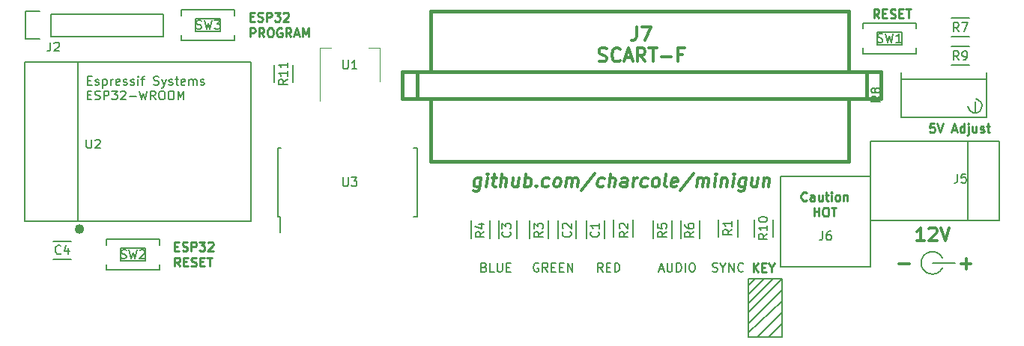
<source format=gbr>
G04 #@! TF.FileFunction,Legend,Top*
%FSLAX46Y46*%
G04 Gerber Fmt 4.6, Leading zero omitted, Abs format (unit mm)*
G04 Created by KiCad (PCBNEW 4.0.6) date Sunday, 07 January 2018 'AMt' 11:42:42*
%MOMM*%
%LPD*%
G01*
G04 APERTURE LIST*
%ADD10C,0.100000*%
%ADD11C,0.150000*%
%ADD12C,0.250000*%
%ADD13C,0.200000*%
%ADD14C,0.375000*%
%ADD15C,0.300000*%
%ADD16C,0.381000*%
%ADD17C,0.120000*%
%ADD18C,0.500000*%
%ADD19C,0.304800*%
G04 APERTURE END LIST*
D10*
D11*
X172011905Y-155904762D02*
X172154762Y-155952381D01*
X172392858Y-155952381D01*
X172488096Y-155904762D01*
X172535715Y-155857143D01*
X172583334Y-155761905D01*
X172583334Y-155666667D01*
X172535715Y-155571429D01*
X172488096Y-155523810D01*
X172392858Y-155476190D01*
X172202381Y-155428571D01*
X172107143Y-155380952D01*
X172059524Y-155333333D01*
X172011905Y-155238095D01*
X172011905Y-155142857D01*
X172059524Y-155047619D01*
X172107143Y-155000000D01*
X172202381Y-154952381D01*
X172440477Y-154952381D01*
X172583334Y-155000000D01*
X173202381Y-155476190D02*
X173202381Y-155952381D01*
X172869048Y-154952381D02*
X173202381Y-155476190D01*
X173535715Y-154952381D01*
X173869048Y-155952381D02*
X173869048Y-154952381D01*
X174440477Y-155952381D01*
X174440477Y-154952381D01*
X175488096Y-155857143D02*
X175440477Y-155904762D01*
X175297620Y-155952381D01*
X175202382Y-155952381D01*
X175059524Y-155904762D01*
X174964286Y-155809524D01*
X174916667Y-155714286D01*
X174869048Y-155523810D01*
X174869048Y-155380952D01*
X174916667Y-155190476D01*
X174964286Y-155095238D01*
X175059524Y-155000000D01*
X175202382Y-154952381D01*
X175297620Y-154952381D01*
X175440477Y-155000000D01*
X175488096Y-155047619D01*
D12*
X176607143Y-155952381D02*
X176607143Y-154952381D01*
X177178572Y-155952381D02*
X176750000Y-155380952D01*
X177178572Y-154952381D02*
X176607143Y-155523810D01*
X177607143Y-155428571D02*
X177940477Y-155428571D01*
X178083334Y-155952381D02*
X177607143Y-155952381D01*
X177607143Y-154952381D01*
X178083334Y-154952381D01*
X178702381Y-155476190D02*
X178702381Y-155952381D01*
X178369048Y-154952381D02*
X178702381Y-155476190D01*
X179035715Y-154952381D01*
D11*
X165976191Y-155666667D02*
X166452382Y-155666667D01*
X165880953Y-155952381D02*
X166214286Y-154952381D01*
X166547620Y-155952381D01*
X166880953Y-154952381D02*
X166880953Y-155761905D01*
X166928572Y-155857143D01*
X166976191Y-155904762D01*
X167071429Y-155952381D01*
X167261906Y-155952381D01*
X167357144Y-155904762D01*
X167404763Y-155857143D01*
X167452382Y-155761905D01*
X167452382Y-154952381D01*
X167928572Y-155952381D02*
X167928572Y-154952381D01*
X168166667Y-154952381D01*
X168309525Y-155000000D01*
X168404763Y-155095238D01*
X168452382Y-155190476D01*
X168500001Y-155380952D01*
X168500001Y-155523810D01*
X168452382Y-155714286D01*
X168404763Y-155809524D01*
X168309525Y-155904762D01*
X168166667Y-155952381D01*
X167928572Y-155952381D01*
X168928572Y-155952381D02*
X168928572Y-154952381D01*
X169595238Y-154952381D02*
X169785715Y-154952381D01*
X169880953Y-155000000D01*
X169976191Y-155095238D01*
X170023810Y-155285714D01*
X170023810Y-155619048D01*
X169976191Y-155809524D01*
X169880953Y-155904762D01*
X169785715Y-155952381D01*
X169595238Y-155952381D01*
X169500000Y-155904762D01*
X169404762Y-155809524D01*
X169357143Y-155619048D01*
X169357143Y-155285714D01*
X169404762Y-155095238D01*
X169500000Y-155000000D01*
X169595238Y-154952381D01*
X159607143Y-155952381D02*
X159273809Y-155476190D01*
X159035714Y-155952381D02*
X159035714Y-154952381D01*
X159416667Y-154952381D01*
X159511905Y-155000000D01*
X159559524Y-155047619D01*
X159607143Y-155142857D01*
X159607143Y-155285714D01*
X159559524Y-155380952D01*
X159511905Y-155428571D01*
X159416667Y-155476190D01*
X159035714Y-155476190D01*
X160035714Y-155428571D02*
X160369048Y-155428571D01*
X160511905Y-155952381D02*
X160035714Y-155952381D01*
X160035714Y-154952381D01*
X160511905Y-154952381D01*
X160940476Y-155952381D02*
X160940476Y-154952381D01*
X161178571Y-154952381D01*
X161321429Y-155000000D01*
X161416667Y-155095238D01*
X161464286Y-155190476D01*
X161511905Y-155380952D01*
X161511905Y-155523810D01*
X161464286Y-155714286D01*
X161416667Y-155809524D01*
X161321429Y-155904762D01*
X161178571Y-155952381D01*
X160940476Y-155952381D01*
X152333334Y-155000000D02*
X152238096Y-154952381D01*
X152095239Y-154952381D01*
X151952381Y-155000000D01*
X151857143Y-155095238D01*
X151809524Y-155190476D01*
X151761905Y-155380952D01*
X151761905Y-155523810D01*
X151809524Y-155714286D01*
X151857143Y-155809524D01*
X151952381Y-155904762D01*
X152095239Y-155952381D01*
X152190477Y-155952381D01*
X152333334Y-155904762D01*
X152380953Y-155857143D01*
X152380953Y-155523810D01*
X152190477Y-155523810D01*
X153380953Y-155952381D02*
X153047619Y-155476190D01*
X152809524Y-155952381D02*
X152809524Y-154952381D01*
X153190477Y-154952381D01*
X153285715Y-155000000D01*
X153333334Y-155047619D01*
X153380953Y-155142857D01*
X153380953Y-155285714D01*
X153333334Y-155380952D01*
X153285715Y-155428571D01*
X153190477Y-155476190D01*
X152809524Y-155476190D01*
X153809524Y-155428571D02*
X154142858Y-155428571D01*
X154285715Y-155952381D02*
X153809524Y-155952381D01*
X153809524Y-154952381D01*
X154285715Y-154952381D01*
X154714286Y-155428571D02*
X155047620Y-155428571D01*
X155190477Y-155952381D02*
X154714286Y-155952381D01*
X154714286Y-154952381D01*
X155190477Y-154952381D01*
X155619048Y-155952381D02*
X155619048Y-154952381D01*
X156190477Y-155952381D01*
X156190477Y-154952381D01*
X146190477Y-155428571D02*
X146333334Y-155476190D01*
X146380953Y-155523810D01*
X146428572Y-155619048D01*
X146428572Y-155761905D01*
X146380953Y-155857143D01*
X146333334Y-155904762D01*
X146238096Y-155952381D01*
X145857143Y-155952381D01*
X145857143Y-154952381D01*
X146190477Y-154952381D01*
X146285715Y-155000000D01*
X146333334Y-155047619D01*
X146380953Y-155142857D01*
X146380953Y-155238095D01*
X146333334Y-155333333D01*
X146285715Y-155380952D01*
X146190477Y-155428571D01*
X145857143Y-155428571D01*
X147333334Y-155952381D02*
X146857143Y-155952381D01*
X146857143Y-154952381D01*
X147666667Y-154952381D02*
X147666667Y-155761905D01*
X147714286Y-155857143D01*
X147761905Y-155904762D01*
X147857143Y-155952381D01*
X148047620Y-155952381D01*
X148142858Y-155904762D01*
X148190477Y-155857143D01*
X148238096Y-155761905D01*
X148238096Y-154952381D01*
X148714286Y-155428571D02*
X149047620Y-155428571D01*
X149190477Y-155952381D02*
X148714286Y-155952381D01*
X148714286Y-154952381D01*
X149190477Y-154952381D01*
D12*
X190809524Y-127202381D02*
X190476190Y-126726190D01*
X190238095Y-127202381D02*
X190238095Y-126202381D01*
X190619048Y-126202381D01*
X190714286Y-126250000D01*
X190761905Y-126297619D01*
X190809524Y-126392857D01*
X190809524Y-126535714D01*
X190761905Y-126630952D01*
X190714286Y-126678571D01*
X190619048Y-126726190D01*
X190238095Y-126726190D01*
X191238095Y-126678571D02*
X191571429Y-126678571D01*
X191714286Y-127202381D02*
X191238095Y-127202381D01*
X191238095Y-126202381D01*
X191714286Y-126202381D01*
X192095238Y-127154762D02*
X192238095Y-127202381D01*
X192476191Y-127202381D01*
X192571429Y-127154762D01*
X192619048Y-127107143D01*
X192666667Y-127011905D01*
X192666667Y-126916667D01*
X192619048Y-126821429D01*
X192571429Y-126773810D01*
X192476191Y-126726190D01*
X192285714Y-126678571D01*
X192190476Y-126630952D01*
X192142857Y-126583333D01*
X192095238Y-126488095D01*
X192095238Y-126392857D01*
X192142857Y-126297619D01*
X192190476Y-126250000D01*
X192285714Y-126202381D01*
X192523810Y-126202381D01*
X192666667Y-126250000D01*
X193095238Y-126678571D02*
X193428572Y-126678571D01*
X193571429Y-127202381D02*
X193095238Y-127202381D01*
X193095238Y-126202381D01*
X193571429Y-126202381D01*
X193857143Y-126202381D02*
X194428572Y-126202381D01*
X194142857Y-127202381D02*
X194142857Y-126202381D01*
X111238095Y-153053571D02*
X111571429Y-153053571D01*
X111714286Y-153577381D02*
X111238095Y-153577381D01*
X111238095Y-152577381D01*
X111714286Y-152577381D01*
X112095238Y-153529762D02*
X112238095Y-153577381D01*
X112476191Y-153577381D01*
X112571429Y-153529762D01*
X112619048Y-153482143D01*
X112666667Y-153386905D01*
X112666667Y-153291667D01*
X112619048Y-153196429D01*
X112571429Y-153148810D01*
X112476191Y-153101190D01*
X112285714Y-153053571D01*
X112190476Y-153005952D01*
X112142857Y-152958333D01*
X112095238Y-152863095D01*
X112095238Y-152767857D01*
X112142857Y-152672619D01*
X112190476Y-152625000D01*
X112285714Y-152577381D01*
X112523810Y-152577381D01*
X112666667Y-152625000D01*
X113095238Y-153577381D02*
X113095238Y-152577381D01*
X113476191Y-152577381D01*
X113571429Y-152625000D01*
X113619048Y-152672619D01*
X113666667Y-152767857D01*
X113666667Y-152910714D01*
X113619048Y-153005952D01*
X113571429Y-153053571D01*
X113476191Y-153101190D01*
X113095238Y-153101190D01*
X114000000Y-152577381D02*
X114619048Y-152577381D01*
X114285714Y-152958333D01*
X114428572Y-152958333D01*
X114523810Y-153005952D01*
X114571429Y-153053571D01*
X114619048Y-153148810D01*
X114619048Y-153386905D01*
X114571429Y-153482143D01*
X114523810Y-153529762D01*
X114428572Y-153577381D01*
X114142857Y-153577381D01*
X114047619Y-153529762D01*
X114000000Y-153482143D01*
X115000000Y-152672619D02*
X115047619Y-152625000D01*
X115142857Y-152577381D01*
X115380953Y-152577381D01*
X115476191Y-152625000D01*
X115523810Y-152672619D01*
X115571429Y-152767857D01*
X115571429Y-152863095D01*
X115523810Y-153005952D01*
X114952381Y-153577381D01*
X115571429Y-153577381D01*
X111809524Y-155327381D02*
X111476190Y-154851190D01*
X111238095Y-155327381D02*
X111238095Y-154327381D01*
X111619048Y-154327381D01*
X111714286Y-154375000D01*
X111761905Y-154422619D01*
X111809524Y-154517857D01*
X111809524Y-154660714D01*
X111761905Y-154755952D01*
X111714286Y-154803571D01*
X111619048Y-154851190D01*
X111238095Y-154851190D01*
X112238095Y-154803571D02*
X112571429Y-154803571D01*
X112714286Y-155327381D02*
X112238095Y-155327381D01*
X112238095Y-154327381D01*
X112714286Y-154327381D01*
X113095238Y-155279762D02*
X113238095Y-155327381D01*
X113476191Y-155327381D01*
X113571429Y-155279762D01*
X113619048Y-155232143D01*
X113666667Y-155136905D01*
X113666667Y-155041667D01*
X113619048Y-154946429D01*
X113571429Y-154898810D01*
X113476191Y-154851190D01*
X113285714Y-154803571D01*
X113190476Y-154755952D01*
X113142857Y-154708333D01*
X113095238Y-154613095D01*
X113095238Y-154517857D01*
X113142857Y-154422619D01*
X113190476Y-154375000D01*
X113285714Y-154327381D01*
X113523810Y-154327381D01*
X113666667Y-154375000D01*
X114095238Y-154803571D02*
X114428572Y-154803571D01*
X114571429Y-155327381D02*
X114095238Y-155327381D01*
X114095238Y-154327381D01*
X114571429Y-154327381D01*
X114857143Y-154327381D02*
X115428572Y-154327381D01*
X115142857Y-155327381D02*
X115142857Y-154327381D01*
X119738095Y-127053571D02*
X120071429Y-127053571D01*
X120214286Y-127577381D02*
X119738095Y-127577381D01*
X119738095Y-126577381D01*
X120214286Y-126577381D01*
X120595238Y-127529762D02*
X120738095Y-127577381D01*
X120976191Y-127577381D01*
X121071429Y-127529762D01*
X121119048Y-127482143D01*
X121166667Y-127386905D01*
X121166667Y-127291667D01*
X121119048Y-127196429D01*
X121071429Y-127148810D01*
X120976191Y-127101190D01*
X120785714Y-127053571D01*
X120690476Y-127005952D01*
X120642857Y-126958333D01*
X120595238Y-126863095D01*
X120595238Y-126767857D01*
X120642857Y-126672619D01*
X120690476Y-126625000D01*
X120785714Y-126577381D01*
X121023810Y-126577381D01*
X121166667Y-126625000D01*
X121595238Y-127577381D02*
X121595238Y-126577381D01*
X121976191Y-126577381D01*
X122071429Y-126625000D01*
X122119048Y-126672619D01*
X122166667Y-126767857D01*
X122166667Y-126910714D01*
X122119048Y-127005952D01*
X122071429Y-127053571D01*
X121976191Y-127101190D01*
X121595238Y-127101190D01*
X122500000Y-126577381D02*
X123119048Y-126577381D01*
X122785714Y-126958333D01*
X122928572Y-126958333D01*
X123023810Y-127005952D01*
X123071429Y-127053571D01*
X123119048Y-127148810D01*
X123119048Y-127386905D01*
X123071429Y-127482143D01*
X123023810Y-127529762D01*
X122928572Y-127577381D01*
X122642857Y-127577381D01*
X122547619Y-127529762D01*
X122500000Y-127482143D01*
X123500000Y-126672619D02*
X123547619Y-126625000D01*
X123642857Y-126577381D01*
X123880953Y-126577381D01*
X123976191Y-126625000D01*
X124023810Y-126672619D01*
X124071429Y-126767857D01*
X124071429Y-126863095D01*
X124023810Y-127005952D01*
X123452381Y-127577381D01*
X124071429Y-127577381D01*
X119738095Y-129327381D02*
X119738095Y-128327381D01*
X120119048Y-128327381D01*
X120214286Y-128375000D01*
X120261905Y-128422619D01*
X120309524Y-128517857D01*
X120309524Y-128660714D01*
X120261905Y-128755952D01*
X120214286Y-128803571D01*
X120119048Y-128851190D01*
X119738095Y-128851190D01*
X121309524Y-129327381D02*
X120976190Y-128851190D01*
X120738095Y-129327381D02*
X120738095Y-128327381D01*
X121119048Y-128327381D01*
X121214286Y-128375000D01*
X121261905Y-128422619D01*
X121309524Y-128517857D01*
X121309524Y-128660714D01*
X121261905Y-128755952D01*
X121214286Y-128803571D01*
X121119048Y-128851190D01*
X120738095Y-128851190D01*
X121928571Y-128327381D02*
X122119048Y-128327381D01*
X122214286Y-128375000D01*
X122309524Y-128470238D01*
X122357143Y-128660714D01*
X122357143Y-128994048D01*
X122309524Y-129184524D01*
X122214286Y-129279762D01*
X122119048Y-129327381D01*
X121928571Y-129327381D01*
X121833333Y-129279762D01*
X121738095Y-129184524D01*
X121690476Y-128994048D01*
X121690476Y-128660714D01*
X121738095Y-128470238D01*
X121833333Y-128375000D01*
X121928571Y-128327381D01*
X123309524Y-128375000D02*
X123214286Y-128327381D01*
X123071429Y-128327381D01*
X122928571Y-128375000D01*
X122833333Y-128470238D01*
X122785714Y-128565476D01*
X122738095Y-128755952D01*
X122738095Y-128898810D01*
X122785714Y-129089286D01*
X122833333Y-129184524D01*
X122928571Y-129279762D01*
X123071429Y-129327381D01*
X123166667Y-129327381D01*
X123309524Y-129279762D01*
X123357143Y-129232143D01*
X123357143Y-128898810D01*
X123166667Y-128898810D01*
X124357143Y-129327381D02*
X124023809Y-128851190D01*
X123785714Y-129327381D02*
X123785714Y-128327381D01*
X124166667Y-128327381D01*
X124261905Y-128375000D01*
X124309524Y-128422619D01*
X124357143Y-128517857D01*
X124357143Y-128660714D01*
X124309524Y-128755952D01*
X124261905Y-128803571D01*
X124166667Y-128851190D01*
X123785714Y-128851190D01*
X124738095Y-129041667D02*
X125214286Y-129041667D01*
X124642857Y-129327381D02*
X124976190Y-128327381D01*
X125309524Y-129327381D01*
X125642857Y-129327381D02*
X125642857Y-128327381D01*
X125976191Y-129041667D01*
X126309524Y-128327381D01*
X126309524Y-129327381D01*
X197064667Y-139152381D02*
X196588476Y-139152381D01*
X196540857Y-139628571D01*
X196588476Y-139580952D01*
X196683714Y-139533333D01*
X196921810Y-139533333D01*
X197017048Y-139580952D01*
X197064667Y-139628571D01*
X197112286Y-139723810D01*
X197112286Y-139961905D01*
X197064667Y-140057143D01*
X197017048Y-140104762D01*
X196921810Y-140152381D01*
X196683714Y-140152381D01*
X196588476Y-140104762D01*
X196540857Y-140057143D01*
X197398000Y-139152381D02*
X197731333Y-140152381D01*
X198064667Y-139152381D01*
X199112286Y-139866667D02*
X199588477Y-139866667D01*
X199017048Y-140152381D02*
X199350381Y-139152381D01*
X199683715Y-140152381D01*
X200445620Y-140152381D02*
X200445620Y-139152381D01*
X200445620Y-140104762D02*
X200350382Y-140152381D01*
X200159905Y-140152381D01*
X200064667Y-140104762D01*
X200017048Y-140057143D01*
X199969429Y-139961905D01*
X199969429Y-139676190D01*
X200017048Y-139580952D01*
X200064667Y-139533333D01*
X200159905Y-139485714D01*
X200350382Y-139485714D01*
X200445620Y-139533333D01*
X200921810Y-139485714D02*
X200921810Y-140342857D01*
X200874191Y-140438095D01*
X200778953Y-140485714D01*
X200731334Y-140485714D01*
X200921810Y-139152381D02*
X200874191Y-139200000D01*
X200921810Y-139247619D01*
X200969429Y-139200000D01*
X200921810Y-139152381D01*
X200921810Y-139247619D01*
X201826572Y-139485714D02*
X201826572Y-140152381D01*
X201398000Y-139485714D02*
X201398000Y-140009524D01*
X201445619Y-140104762D01*
X201540857Y-140152381D01*
X201683715Y-140152381D01*
X201778953Y-140104762D01*
X201826572Y-140057143D01*
X202255143Y-140104762D02*
X202350381Y-140152381D01*
X202540857Y-140152381D01*
X202636096Y-140104762D01*
X202683715Y-140009524D01*
X202683715Y-139961905D01*
X202636096Y-139866667D01*
X202540857Y-139819048D01*
X202398000Y-139819048D01*
X202302762Y-139771429D01*
X202255143Y-139676190D01*
X202255143Y-139628571D01*
X202302762Y-139533333D01*
X202398000Y-139485714D01*
X202540857Y-139485714D01*
X202636096Y-139533333D01*
X202969429Y-139485714D02*
X203350381Y-139485714D01*
X203112286Y-139152381D02*
X203112286Y-140009524D01*
X203159905Y-140104762D01*
X203255143Y-140152381D01*
X203350381Y-140152381D01*
X182634191Y-147818143D02*
X182586572Y-147865762D01*
X182443715Y-147913381D01*
X182348477Y-147913381D01*
X182205619Y-147865762D01*
X182110381Y-147770524D01*
X182062762Y-147675286D01*
X182015143Y-147484810D01*
X182015143Y-147341952D01*
X182062762Y-147151476D01*
X182110381Y-147056238D01*
X182205619Y-146961000D01*
X182348477Y-146913381D01*
X182443715Y-146913381D01*
X182586572Y-146961000D01*
X182634191Y-147008619D01*
X183491334Y-147913381D02*
X183491334Y-147389571D01*
X183443715Y-147294333D01*
X183348477Y-147246714D01*
X183158000Y-147246714D01*
X183062762Y-147294333D01*
X183491334Y-147865762D02*
X183396096Y-147913381D01*
X183158000Y-147913381D01*
X183062762Y-147865762D01*
X183015143Y-147770524D01*
X183015143Y-147675286D01*
X183062762Y-147580048D01*
X183158000Y-147532429D01*
X183396096Y-147532429D01*
X183491334Y-147484810D01*
X184396096Y-147246714D02*
X184396096Y-147913381D01*
X183967524Y-147246714D02*
X183967524Y-147770524D01*
X184015143Y-147865762D01*
X184110381Y-147913381D01*
X184253239Y-147913381D01*
X184348477Y-147865762D01*
X184396096Y-147818143D01*
X184729429Y-147246714D02*
X185110381Y-147246714D01*
X184872286Y-146913381D02*
X184872286Y-147770524D01*
X184919905Y-147865762D01*
X185015143Y-147913381D01*
X185110381Y-147913381D01*
X185443715Y-147913381D02*
X185443715Y-147246714D01*
X185443715Y-146913381D02*
X185396096Y-146961000D01*
X185443715Y-147008619D01*
X185491334Y-146961000D01*
X185443715Y-146913381D01*
X185443715Y-147008619D01*
X186062762Y-147913381D02*
X185967524Y-147865762D01*
X185919905Y-147818143D01*
X185872286Y-147722905D01*
X185872286Y-147437190D01*
X185919905Y-147341952D01*
X185967524Y-147294333D01*
X186062762Y-147246714D01*
X186205620Y-147246714D01*
X186300858Y-147294333D01*
X186348477Y-147341952D01*
X186396096Y-147437190D01*
X186396096Y-147722905D01*
X186348477Y-147818143D01*
X186300858Y-147865762D01*
X186205620Y-147913381D01*
X186062762Y-147913381D01*
X186824667Y-147246714D02*
X186824667Y-147913381D01*
X186824667Y-147341952D02*
X186872286Y-147294333D01*
X186967524Y-147246714D01*
X187110382Y-147246714D01*
X187205620Y-147294333D01*
X187253239Y-147389571D01*
X187253239Y-147913381D01*
X183467524Y-149663381D02*
X183467524Y-148663381D01*
X183467524Y-149139571D02*
X184038953Y-149139571D01*
X184038953Y-149663381D02*
X184038953Y-148663381D01*
X184705619Y-148663381D02*
X184896096Y-148663381D01*
X184991334Y-148711000D01*
X185086572Y-148806238D01*
X185134191Y-148996714D01*
X185134191Y-149330048D01*
X185086572Y-149520524D01*
X184991334Y-149615762D01*
X184896096Y-149663381D01*
X184705619Y-149663381D01*
X184610381Y-149615762D01*
X184515143Y-149520524D01*
X184467524Y-149330048D01*
X184467524Y-148996714D01*
X184515143Y-148806238D01*
X184610381Y-148711000D01*
X184705619Y-148663381D01*
X185419905Y-148663381D02*
X185991334Y-148663381D01*
X185705619Y-149663381D02*
X185705619Y-148663381D01*
D13*
X176022000Y-157480000D02*
X176784000Y-156718000D01*
X178308000Y-163322000D02*
X179832000Y-161798000D01*
X177038000Y-163322000D02*
X178562000Y-163322000D01*
X179832000Y-160528000D02*
X177038000Y-163322000D01*
X179832000Y-159512000D02*
X179832000Y-160528000D01*
X176022000Y-162814000D02*
X179832000Y-159258000D01*
X176022000Y-162814000D02*
X176022000Y-163068000D01*
X176022000Y-161798000D02*
X176022000Y-162814000D01*
X179832000Y-157988000D02*
X176022000Y-161798000D01*
X179832000Y-156718000D02*
X179832000Y-157988000D01*
X176022000Y-160528000D02*
X179832000Y-156718000D01*
X176022000Y-160274000D02*
X176022000Y-160528000D01*
X176022000Y-159512000D02*
X176022000Y-160274000D01*
X178816000Y-156718000D02*
X176022000Y-159512000D01*
X177800000Y-156718000D02*
X178816000Y-156718000D01*
X176022000Y-158496000D02*
X177800000Y-156718000D01*
X176022000Y-163322000D02*
X179832000Y-163322000D01*
X176022000Y-156718000D02*
X176022000Y-163322000D01*
X179832000Y-156718000D02*
X176022000Y-156718000D01*
X179832000Y-163322000D02*
X179832000Y-156718000D01*
D14*
X145838178Y-145347571D02*
X145686392Y-146561857D01*
X145597106Y-146704714D01*
X145516749Y-146776143D01*
X145364964Y-146847571D01*
X145150678Y-146847571D01*
X145016749Y-146776143D01*
X145722106Y-146276143D02*
X145570321Y-146347571D01*
X145284607Y-146347571D01*
X145150677Y-146276143D01*
X145088178Y-146204714D01*
X145034606Y-146061857D01*
X145088177Y-145633286D01*
X145177463Y-145490429D01*
X145257820Y-145419000D01*
X145409607Y-145347571D01*
X145695321Y-145347571D01*
X145829249Y-145419000D01*
X146427464Y-146347571D02*
X146552464Y-145347571D01*
X146614964Y-144847571D02*
X146534606Y-144919000D01*
X146597106Y-144990429D01*
X146677463Y-144919000D01*
X146614964Y-144847571D01*
X146597106Y-144990429D01*
X147052464Y-145347571D02*
X147623893Y-145347571D01*
X147329250Y-144847571D02*
X147168535Y-146133286D01*
X147222106Y-146276143D01*
X147356036Y-146347571D01*
X147498893Y-146347571D01*
X147998893Y-146347571D02*
X148186393Y-144847571D01*
X148641750Y-146347571D02*
X148739964Y-145561857D01*
X148686392Y-145419000D01*
X148552464Y-145347571D01*
X148338179Y-145347571D01*
X148186392Y-145419000D01*
X148106035Y-145490429D01*
X150123893Y-145347571D02*
X149998893Y-146347571D01*
X149481036Y-145347571D02*
X149382821Y-146133286D01*
X149436392Y-146276143D01*
X149570322Y-146347571D01*
X149784607Y-146347571D01*
X149936392Y-146276143D01*
X150016750Y-146204714D01*
X150713179Y-146347571D02*
X150900679Y-144847571D01*
X150829250Y-145419000D02*
X150981036Y-145347571D01*
X151266750Y-145347571D01*
X151400678Y-145419000D01*
X151463178Y-145490429D01*
X151516750Y-145633286D01*
X151463179Y-146061857D01*
X151373893Y-146204714D01*
X151293535Y-146276143D01*
X151141750Y-146347571D01*
X150856036Y-146347571D01*
X150722107Y-146276143D01*
X152088179Y-146204714D02*
X152150678Y-146276143D01*
X152070322Y-146347571D01*
X152007821Y-146276143D01*
X152088179Y-146204714D01*
X152070322Y-146347571D01*
X153436393Y-146276143D02*
X153284608Y-146347571D01*
X152998894Y-146347571D01*
X152864964Y-146276143D01*
X152802465Y-146204714D01*
X152748893Y-146061857D01*
X152802464Y-145633286D01*
X152891750Y-145490429D01*
X152972107Y-145419000D01*
X153123894Y-145347571D01*
X153409608Y-145347571D01*
X153543536Y-145419000D01*
X154284608Y-146347571D02*
X154150678Y-146276143D01*
X154088179Y-146204714D01*
X154034607Y-146061857D01*
X154088178Y-145633286D01*
X154177464Y-145490429D01*
X154257821Y-145419000D01*
X154409608Y-145347571D01*
X154623893Y-145347571D01*
X154757821Y-145419000D01*
X154820321Y-145490429D01*
X154873893Y-145633286D01*
X154820322Y-146061857D01*
X154731036Y-146204714D01*
X154650678Y-146276143D01*
X154498893Y-146347571D01*
X154284608Y-146347571D01*
X155427465Y-146347571D02*
X155552465Y-145347571D01*
X155534607Y-145490429D02*
X155614964Y-145419000D01*
X155766751Y-145347571D01*
X155981036Y-145347571D01*
X156114964Y-145419000D01*
X156168536Y-145561857D01*
X156070322Y-146347571D01*
X156168536Y-145561857D02*
X156257822Y-145419000D01*
X156409608Y-145347571D01*
X156623893Y-145347571D01*
X156757822Y-145419000D01*
X156811393Y-145561857D01*
X156713179Y-146347571D01*
X158695321Y-144776143D02*
X157168536Y-146704714D01*
X159650679Y-146276143D02*
X159498894Y-146347571D01*
X159213180Y-146347571D01*
X159079250Y-146276143D01*
X159016751Y-146204714D01*
X158963179Y-146061857D01*
X159016750Y-145633286D01*
X159106036Y-145490429D01*
X159186393Y-145419000D01*
X159338180Y-145347571D01*
X159623894Y-145347571D01*
X159757822Y-145419000D01*
X160284608Y-146347571D02*
X160472108Y-144847571D01*
X160927465Y-146347571D02*
X161025679Y-145561857D01*
X160972107Y-145419000D01*
X160838179Y-145347571D01*
X160623894Y-145347571D01*
X160472107Y-145419000D01*
X160391750Y-145490429D01*
X162284608Y-146347571D02*
X162382822Y-145561857D01*
X162329250Y-145419000D01*
X162195322Y-145347571D01*
X161909608Y-145347571D01*
X161757822Y-145419000D01*
X162293536Y-146276143D02*
X162141751Y-146347571D01*
X161784608Y-146347571D01*
X161650679Y-146276143D01*
X161597107Y-146133286D01*
X161614964Y-145990429D01*
X161704251Y-145847571D01*
X161856036Y-145776143D01*
X162213179Y-145776143D01*
X162364965Y-145704714D01*
X162998894Y-146347571D02*
X163123894Y-145347571D01*
X163088179Y-145633286D02*
X163177464Y-145490429D01*
X163257822Y-145419000D01*
X163409608Y-145347571D01*
X163552465Y-145347571D01*
X164579250Y-146276143D02*
X164427465Y-146347571D01*
X164141751Y-146347571D01*
X164007821Y-146276143D01*
X163945322Y-146204714D01*
X163891750Y-146061857D01*
X163945321Y-145633286D01*
X164034607Y-145490429D01*
X164114964Y-145419000D01*
X164266751Y-145347571D01*
X164552465Y-145347571D01*
X164686393Y-145419000D01*
X165427465Y-146347571D02*
X165293535Y-146276143D01*
X165231036Y-146204714D01*
X165177464Y-146061857D01*
X165231035Y-145633286D01*
X165320321Y-145490429D01*
X165400678Y-145419000D01*
X165552465Y-145347571D01*
X165766750Y-145347571D01*
X165900678Y-145419000D01*
X165963178Y-145490429D01*
X166016750Y-145633286D01*
X165963179Y-146061857D01*
X165873893Y-146204714D01*
X165793535Y-146276143D01*
X165641750Y-146347571D01*
X165427465Y-146347571D01*
X166784608Y-146347571D02*
X166650678Y-146276143D01*
X166597107Y-146133286D01*
X166757822Y-144847571D01*
X167936392Y-146276143D02*
X167784607Y-146347571D01*
X167498893Y-146347571D01*
X167364964Y-146276143D01*
X167311392Y-146133286D01*
X167382821Y-145561857D01*
X167472107Y-145419000D01*
X167623893Y-145347571D01*
X167909607Y-145347571D01*
X168043535Y-145419000D01*
X168097107Y-145561857D01*
X168079250Y-145704714D01*
X167347107Y-145847571D01*
X169909606Y-144776143D02*
X168382821Y-146704714D01*
X170213179Y-146347571D02*
X170338179Y-145347571D01*
X170320321Y-145490429D02*
X170400678Y-145419000D01*
X170552465Y-145347571D01*
X170766750Y-145347571D01*
X170900678Y-145419000D01*
X170954250Y-145561857D01*
X170856036Y-146347571D01*
X170954250Y-145561857D02*
X171043536Y-145419000D01*
X171195322Y-145347571D01*
X171409607Y-145347571D01*
X171543536Y-145419000D01*
X171597107Y-145561857D01*
X171498893Y-146347571D01*
X172213179Y-146347571D02*
X172338179Y-145347571D01*
X172400679Y-144847571D02*
X172320321Y-144919000D01*
X172382821Y-144990429D01*
X172463178Y-144919000D01*
X172400679Y-144847571D01*
X172382821Y-144990429D01*
X173052465Y-145347571D02*
X172927465Y-146347571D01*
X173034607Y-145490429D02*
X173114964Y-145419000D01*
X173266751Y-145347571D01*
X173481036Y-145347571D01*
X173614964Y-145419000D01*
X173668536Y-145561857D01*
X173570322Y-146347571D01*
X174284608Y-146347571D02*
X174409608Y-145347571D01*
X174472108Y-144847571D02*
X174391750Y-144919000D01*
X174454250Y-144990429D01*
X174534607Y-144919000D01*
X174472108Y-144847571D01*
X174454250Y-144990429D01*
X175766751Y-145347571D02*
X175614965Y-146561857D01*
X175525679Y-146704714D01*
X175445322Y-146776143D01*
X175293537Y-146847571D01*
X175079251Y-146847571D01*
X174945322Y-146776143D01*
X175650679Y-146276143D02*
X175498894Y-146347571D01*
X175213180Y-146347571D01*
X175079250Y-146276143D01*
X175016751Y-146204714D01*
X174963179Y-146061857D01*
X175016750Y-145633286D01*
X175106036Y-145490429D01*
X175186393Y-145419000D01*
X175338180Y-145347571D01*
X175623894Y-145347571D01*
X175757822Y-145419000D01*
X177123894Y-145347571D02*
X176998894Y-146347571D01*
X176481037Y-145347571D02*
X176382822Y-146133286D01*
X176436393Y-146276143D01*
X176570323Y-146347571D01*
X176784608Y-146347571D01*
X176936393Y-146276143D01*
X177016751Y-146204714D01*
X177838180Y-145347571D02*
X177713180Y-146347571D01*
X177820322Y-145490429D02*
X177900679Y-145419000D01*
X178052466Y-145347571D01*
X178266751Y-145347571D01*
X178400679Y-145419000D01*
X178454251Y-145561857D01*
X178356037Y-146347571D01*
D15*
X193103572Y-155047143D02*
X194246429Y-155047143D01*
D13*
X197985923Y-155507961D02*
G75*
G02X195580000Y-154940000I-1135923J567961D01*
G01*
X197985923Y-154372039D02*
G75*
G03X195580000Y-154940000I-1135923J-567961D01*
G01*
D15*
X200088572Y-155047143D02*
X201231429Y-155047143D01*
X200660000Y-155618571D02*
X200660000Y-154475714D01*
D13*
X196850000Y-154940000D02*
X199390000Y-154940000D01*
D15*
X195921429Y-152443571D02*
X195064286Y-152443571D01*
X195492858Y-152443571D02*
X195492858Y-150943571D01*
X195350001Y-151157857D01*
X195207143Y-151300714D01*
X195064286Y-151372143D01*
X196492857Y-151086429D02*
X196564286Y-151015000D01*
X196707143Y-150943571D01*
X197064286Y-150943571D01*
X197207143Y-151015000D01*
X197278572Y-151086429D01*
X197350000Y-151229286D01*
X197350000Y-151372143D01*
X197278572Y-151586429D01*
X196421429Y-152443571D01*
X197350000Y-152443571D01*
X197778571Y-150943571D02*
X198278571Y-152443571D01*
X198778571Y-150943571D01*
D11*
X157725000Y-150130000D02*
X157725000Y-152130000D01*
X159775000Y-152130000D02*
X159775000Y-150130000D01*
X154550000Y-150130000D02*
X154550000Y-152130000D01*
X156600000Y-152130000D02*
X156600000Y-150130000D01*
X147819000Y-150130000D02*
X147819000Y-152130000D01*
X149869000Y-152130000D02*
X149869000Y-150130000D01*
X200875900Y-150169880D02*
X200875900Y-141168120D01*
X204376020Y-150169880D02*
X204376020Y-141168120D01*
X204376020Y-141168120D02*
X189875160Y-141168120D01*
X189875160Y-141168120D02*
X189875160Y-150169880D01*
X189875160Y-150169880D02*
X204376020Y-150169880D01*
X179685000Y-145170000D02*
X179685000Y-155370000D01*
X189885000Y-145170000D02*
X179685000Y-145170000D01*
X189885000Y-155370000D02*
X189885000Y-145170000D01*
X179685000Y-155370000D02*
X189885000Y-155370000D01*
D16*
X189400180Y-136357360D02*
X189400180Y-133309360D01*
X138600180Y-136357360D02*
X138600180Y-133309360D01*
X187368180Y-126451360D02*
X140124180Y-126451360D01*
X191051180Y-136357360D02*
X191051180Y-133309360D01*
X136949180Y-136357360D02*
X136949180Y-133309360D01*
X187368180Y-136357360D02*
X187368180Y-143469360D01*
X187368180Y-143469360D02*
X140124180Y-143469360D01*
X140124180Y-143469360D02*
X140124180Y-136357360D01*
X191051180Y-136357360D02*
X136949180Y-136357360D01*
X136949180Y-133309360D02*
X191051180Y-133309360D01*
X187368180Y-126451360D02*
X187368180Y-133309360D01*
X140124180Y-126451360D02*
X140124180Y-133309360D01*
D11*
X172675000Y-152035000D02*
X172675000Y-150035000D01*
X174825000Y-150035000D02*
X174825000Y-152035000D01*
X160850000Y-152035000D02*
X160850000Y-150035000D01*
X163000000Y-150035000D02*
X163000000Y-152035000D01*
X151325000Y-152130000D02*
X151325000Y-150130000D01*
X153475000Y-150130000D02*
X153475000Y-152130000D01*
X144721000Y-152130000D02*
X144721000Y-150130000D01*
X146871000Y-150130000D02*
X146871000Y-152130000D01*
X165295000Y-152130000D02*
X165295000Y-150130000D01*
X167445000Y-150130000D02*
X167445000Y-152130000D01*
X168425000Y-152130000D02*
X168425000Y-150130000D01*
X170575000Y-150130000D02*
X170575000Y-152130000D01*
X199025000Y-127195000D02*
X201025000Y-127195000D01*
X201025000Y-129345000D02*
X199025000Y-129345000D01*
X201676000Y-137922000D02*
X201676000Y-136652000D01*
X200888600Y-137172700D02*
X200926700Y-137426700D01*
X200926700Y-137426700D02*
X201104500Y-137706100D01*
X201104500Y-137706100D02*
X201422000Y-137922000D01*
X201422000Y-137922000D02*
X201866500Y-137934700D01*
X201866500Y-137934700D02*
X202222100Y-137731500D01*
X202222100Y-137731500D02*
X202399900Y-137439400D01*
X202399900Y-137439400D02*
X202450700Y-137121900D01*
X202450700Y-137121900D02*
X202349100Y-136715500D01*
X202349100Y-136715500D02*
X202006200Y-136461500D01*
X202006200Y-136461500D02*
X201828400Y-136372600D01*
X193294000Y-134112000D02*
X202946000Y-134112000D01*
X202946000Y-137160000D02*
X202946000Y-138430000D01*
X202946000Y-138430000D02*
X193294000Y-138430000D01*
X193294000Y-138430000D02*
X193294000Y-133350000D01*
X202946000Y-133350000D02*
X202946000Y-135890000D01*
X202946000Y-135890000D02*
X202946000Y-137160000D01*
X199025000Y-130370000D02*
X201025000Y-130370000D01*
X201025000Y-132520000D02*
X199025000Y-132520000D01*
X178875000Y-150035000D02*
X178875000Y-152035000D01*
X176725000Y-152035000D02*
X176725000Y-150035000D01*
X97190000Y-126730000D02*
X109890000Y-126730000D01*
X109890000Y-126730000D02*
X109890000Y-129270000D01*
X109890000Y-129270000D02*
X97190000Y-129270000D01*
X94370000Y-126450000D02*
X95920000Y-126450000D01*
X97190000Y-126730000D02*
X97190000Y-129270000D01*
X95920000Y-129550000D02*
X94370000Y-129550000D01*
X94370000Y-129550000D02*
X94370000Y-126450000D01*
D17*
X134410000Y-130590000D02*
X133150000Y-130590000D01*
X127590000Y-130590000D02*
X128850000Y-130590000D01*
X134410000Y-134350000D02*
X134410000Y-130590000D01*
X127590000Y-136600000D02*
X127590000Y-130590000D01*
D18*
X100729981Y-151106000D02*
G75*
G03X100729981Y-151106000I-283981J0D01*
G01*
D11*
X100300000Y-132200000D02*
X100300000Y-150200000D01*
X94300000Y-150200000D02*
X119800000Y-150200000D01*
X94300000Y-132200000D02*
X119800000Y-132200000D01*
X119800000Y-132200000D02*
X119800000Y-150200000D01*
X94300000Y-132200000D02*
X94300000Y-150200000D01*
X97500000Y-154525000D02*
X99500000Y-154525000D01*
X99500000Y-152475000D02*
X97500000Y-152475000D01*
X124575000Y-132500000D02*
X124575000Y-134500000D01*
X122425000Y-134500000D02*
X122425000Y-132500000D01*
X122840000Y-149675000D02*
X123115000Y-149675000D01*
X122840000Y-141925000D02*
X123205000Y-141925000D01*
X138590000Y-141925000D02*
X138225000Y-141925000D01*
X138590000Y-149675000D02*
X138225000Y-149675000D01*
X122840000Y-149675000D02*
X122840000Y-141925000D01*
X138590000Y-149675000D02*
X138590000Y-141925000D01*
X123115000Y-149675000D02*
X123115000Y-151500000D01*
X190600000Y-128800000D02*
X193400000Y-128800000D01*
X193400000Y-128800000D02*
X193400000Y-130200000D01*
X193400000Y-130200000D02*
X190600000Y-130200000D01*
X190600000Y-130200000D02*
X190600000Y-128800000D01*
X195000000Y-127750000D02*
X195000000Y-128400000D01*
X195000000Y-131250000D02*
X195000000Y-130600000D01*
X189000000Y-130600000D02*
X189000000Y-131250000D01*
X189000000Y-127750000D02*
X189000000Y-128400000D01*
X195000000Y-127750000D02*
X189000000Y-127750000D01*
X189000000Y-131250000D02*
X195000000Y-131250000D01*
X107900000Y-154700000D02*
X105100000Y-154700000D01*
X105100000Y-154700000D02*
X105100000Y-153300000D01*
X105100000Y-153300000D02*
X107900000Y-153300000D01*
X107900000Y-153300000D02*
X107900000Y-154700000D01*
X103500000Y-155750000D02*
X103500000Y-155100000D01*
X103500000Y-152250000D02*
X103500000Y-152900000D01*
X109500000Y-152900000D02*
X109500000Y-152250000D01*
X109500000Y-155750000D02*
X109500000Y-155100000D01*
X103500000Y-155750000D02*
X109500000Y-155750000D01*
X109500000Y-152250000D02*
X103500000Y-152250000D01*
X116400000Y-128700000D02*
X113600000Y-128700000D01*
X113600000Y-128700000D02*
X113600000Y-127300000D01*
X113600000Y-127300000D02*
X116400000Y-127300000D01*
X116400000Y-127300000D02*
X116400000Y-128700000D01*
X112000000Y-129750000D02*
X112000000Y-129100000D01*
X112000000Y-126250000D02*
X112000000Y-126900000D01*
X118000000Y-126900000D02*
X118000000Y-126250000D01*
X118000000Y-129750000D02*
X118000000Y-129100000D01*
X112000000Y-129750000D02*
X118000000Y-129750000D01*
X118000000Y-126250000D02*
X112000000Y-126250000D01*
X159107143Y-151416666D02*
X159154762Y-151464285D01*
X159202381Y-151607142D01*
X159202381Y-151702380D01*
X159154762Y-151845238D01*
X159059524Y-151940476D01*
X158964286Y-151988095D01*
X158773810Y-152035714D01*
X158630952Y-152035714D01*
X158440476Y-151988095D01*
X158345238Y-151940476D01*
X158250000Y-151845238D01*
X158202381Y-151702380D01*
X158202381Y-151607142D01*
X158250000Y-151464285D01*
X158297619Y-151416666D01*
X159202381Y-150464285D02*
X159202381Y-151035714D01*
X159202381Y-150750000D02*
X158202381Y-150750000D01*
X158345238Y-150845238D01*
X158440476Y-150940476D01*
X158488095Y-151035714D01*
X155932143Y-151416666D02*
X155979762Y-151464285D01*
X156027381Y-151607142D01*
X156027381Y-151702380D01*
X155979762Y-151845238D01*
X155884524Y-151940476D01*
X155789286Y-151988095D01*
X155598810Y-152035714D01*
X155455952Y-152035714D01*
X155265476Y-151988095D01*
X155170238Y-151940476D01*
X155075000Y-151845238D01*
X155027381Y-151702380D01*
X155027381Y-151607142D01*
X155075000Y-151464285D01*
X155122619Y-151416666D01*
X155122619Y-151035714D02*
X155075000Y-150988095D01*
X155027381Y-150892857D01*
X155027381Y-150654761D01*
X155075000Y-150559523D01*
X155122619Y-150511904D01*
X155217857Y-150464285D01*
X155313095Y-150464285D01*
X155455952Y-150511904D01*
X156027381Y-151083333D01*
X156027381Y-150464285D01*
X149107143Y-151416666D02*
X149154762Y-151464285D01*
X149202381Y-151607142D01*
X149202381Y-151702380D01*
X149154762Y-151845238D01*
X149059524Y-151940476D01*
X148964286Y-151988095D01*
X148773810Y-152035714D01*
X148630952Y-152035714D01*
X148440476Y-151988095D01*
X148345238Y-151940476D01*
X148250000Y-151845238D01*
X148202381Y-151702380D01*
X148202381Y-151607142D01*
X148250000Y-151464285D01*
X148297619Y-151416666D01*
X148202381Y-151083333D02*
X148202381Y-150464285D01*
X148583333Y-150797619D01*
X148583333Y-150654761D01*
X148630952Y-150559523D01*
X148678571Y-150511904D01*
X148773810Y-150464285D01*
X149011905Y-150464285D01*
X149107143Y-150511904D01*
X149154762Y-150559523D01*
X149202381Y-150654761D01*
X149202381Y-150940476D01*
X149154762Y-151035714D01*
X149107143Y-151083333D01*
X199691667Y-144867381D02*
X199691667Y-145581667D01*
X199644047Y-145724524D01*
X199548809Y-145819762D01*
X199405952Y-145867381D01*
X199310714Y-145867381D01*
X200644048Y-144867381D02*
X200167857Y-144867381D01*
X200120238Y-145343571D01*
X200167857Y-145295952D01*
X200263095Y-145248333D01*
X200501191Y-145248333D01*
X200596429Y-145295952D01*
X200644048Y-145343571D01*
X200691667Y-145438810D01*
X200691667Y-145676905D01*
X200644048Y-145772143D01*
X200596429Y-145819762D01*
X200501191Y-145867381D01*
X200263095Y-145867381D01*
X200167857Y-145819762D01*
X200120238Y-145772143D01*
X184451667Y-151344381D02*
X184451667Y-152058667D01*
X184404047Y-152201524D01*
X184308809Y-152296762D01*
X184165952Y-152344381D01*
X184070714Y-152344381D01*
X185356429Y-151344381D02*
X185165952Y-151344381D01*
X185070714Y-151392000D01*
X185023095Y-151439619D01*
X184927857Y-151582476D01*
X184880238Y-151772952D01*
X184880238Y-152153905D01*
X184927857Y-152249143D01*
X184975476Y-152296762D01*
X185070714Y-152344381D01*
X185261191Y-152344381D01*
X185356429Y-152296762D01*
X185404048Y-152249143D01*
X185451667Y-152153905D01*
X185451667Y-151915810D01*
X185404048Y-151820571D01*
X185356429Y-151772952D01*
X185261191Y-151725333D01*
X185070714Y-151725333D01*
X184975476Y-151772952D01*
X184927857Y-151820571D01*
X184880238Y-151915810D01*
D19*
X163449000Y-128197429D02*
X163449000Y-129286000D01*
X163376428Y-129503714D01*
X163231285Y-129648857D01*
X163013571Y-129721429D01*
X162868428Y-129721429D01*
X164029571Y-128197429D02*
X165045571Y-128197429D01*
X164392428Y-129721429D01*
X159167286Y-132061857D02*
X159385000Y-132134429D01*
X159747857Y-132134429D01*
X159893000Y-132061857D01*
X159965571Y-131989286D01*
X160038143Y-131844143D01*
X160038143Y-131699000D01*
X159965571Y-131553857D01*
X159893000Y-131481286D01*
X159747857Y-131408714D01*
X159457571Y-131336143D01*
X159312429Y-131263571D01*
X159239857Y-131191000D01*
X159167286Y-131045857D01*
X159167286Y-130900714D01*
X159239857Y-130755571D01*
X159312429Y-130683000D01*
X159457571Y-130610429D01*
X159820429Y-130610429D01*
X160038143Y-130683000D01*
X161562143Y-131989286D02*
X161489572Y-132061857D01*
X161271858Y-132134429D01*
X161126715Y-132134429D01*
X160909000Y-132061857D01*
X160763858Y-131916714D01*
X160691286Y-131771571D01*
X160618715Y-131481286D01*
X160618715Y-131263571D01*
X160691286Y-130973286D01*
X160763858Y-130828143D01*
X160909000Y-130683000D01*
X161126715Y-130610429D01*
X161271858Y-130610429D01*
X161489572Y-130683000D01*
X161562143Y-130755571D01*
X162142715Y-131699000D02*
X162868429Y-131699000D01*
X161997572Y-132134429D02*
X162505572Y-130610429D01*
X163013572Y-132134429D01*
X164392429Y-132134429D02*
X163884429Y-131408714D01*
X163521572Y-132134429D02*
X163521572Y-130610429D01*
X164102144Y-130610429D01*
X164247286Y-130683000D01*
X164319858Y-130755571D01*
X164392429Y-130900714D01*
X164392429Y-131118429D01*
X164319858Y-131263571D01*
X164247286Y-131336143D01*
X164102144Y-131408714D01*
X163521572Y-131408714D01*
X164827858Y-130610429D02*
X165698715Y-130610429D01*
X165263286Y-132134429D02*
X165263286Y-130610429D01*
X166206715Y-131553857D02*
X167367858Y-131553857D01*
X168601572Y-131336143D02*
X168093572Y-131336143D01*
X168093572Y-132134429D02*
X168093572Y-130610429D01*
X168819286Y-130610429D01*
D11*
X174202381Y-151166666D02*
X173726190Y-151500000D01*
X174202381Y-151738095D02*
X173202381Y-151738095D01*
X173202381Y-151357142D01*
X173250000Y-151261904D01*
X173297619Y-151214285D01*
X173392857Y-151166666D01*
X173535714Y-151166666D01*
X173630952Y-151214285D01*
X173678571Y-151261904D01*
X173726190Y-151357142D01*
X173726190Y-151738095D01*
X174202381Y-150214285D02*
X174202381Y-150785714D01*
X174202381Y-150500000D02*
X173202381Y-150500000D01*
X173345238Y-150595238D01*
X173440476Y-150690476D01*
X173488095Y-150785714D01*
X162452381Y-151416666D02*
X161976190Y-151750000D01*
X162452381Y-151988095D02*
X161452381Y-151988095D01*
X161452381Y-151607142D01*
X161500000Y-151511904D01*
X161547619Y-151464285D01*
X161642857Y-151416666D01*
X161785714Y-151416666D01*
X161880952Y-151464285D01*
X161928571Y-151511904D01*
X161976190Y-151607142D01*
X161976190Y-151988095D01*
X161547619Y-151035714D02*
X161500000Y-150988095D01*
X161452381Y-150892857D01*
X161452381Y-150654761D01*
X161500000Y-150559523D01*
X161547619Y-150511904D01*
X161642857Y-150464285D01*
X161738095Y-150464285D01*
X161880952Y-150511904D01*
X162452381Y-151083333D01*
X162452381Y-150464285D01*
X152852381Y-151416666D02*
X152376190Y-151750000D01*
X152852381Y-151988095D02*
X151852381Y-151988095D01*
X151852381Y-151607142D01*
X151900000Y-151511904D01*
X151947619Y-151464285D01*
X152042857Y-151416666D01*
X152185714Y-151416666D01*
X152280952Y-151464285D01*
X152328571Y-151511904D01*
X152376190Y-151607142D01*
X152376190Y-151988095D01*
X151852381Y-151083333D02*
X151852381Y-150464285D01*
X152233333Y-150797619D01*
X152233333Y-150654761D01*
X152280952Y-150559523D01*
X152328571Y-150511904D01*
X152423810Y-150464285D01*
X152661905Y-150464285D01*
X152757143Y-150511904D01*
X152804762Y-150559523D01*
X152852381Y-150654761D01*
X152852381Y-150940476D01*
X152804762Y-151035714D01*
X152757143Y-151083333D01*
X146202381Y-151416666D02*
X145726190Y-151750000D01*
X146202381Y-151988095D02*
X145202381Y-151988095D01*
X145202381Y-151607142D01*
X145250000Y-151511904D01*
X145297619Y-151464285D01*
X145392857Y-151416666D01*
X145535714Y-151416666D01*
X145630952Y-151464285D01*
X145678571Y-151511904D01*
X145726190Y-151607142D01*
X145726190Y-151988095D01*
X145535714Y-150559523D02*
X146202381Y-150559523D01*
X145154762Y-150797619D02*
X145869048Y-151035714D01*
X145869048Y-150416666D01*
X166822381Y-151416666D02*
X166346190Y-151750000D01*
X166822381Y-151988095D02*
X165822381Y-151988095D01*
X165822381Y-151607142D01*
X165870000Y-151511904D01*
X165917619Y-151464285D01*
X166012857Y-151416666D01*
X166155714Y-151416666D01*
X166250952Y-151464285D01*
X166298571Y-151511904D01*
X166346190Y-151607142D01*
X166346190Y-151988095D01*
X165822381Y-150511904D02*
X165822381Y-150988095D01*
X166298571Y-151035714D01*
X166250952Y-150988095D01*
X166203333Y-150892857D01*
X166203333Y-150654761D01*
X166250952Y-150559523D01*
X166298571Y-150511904D01*
X166393810Y-150464285D01*
X166631905Y-150464285D01*
X166727143Y-150511904D01*
X166774762Y-150559523D01*
X166822381Y-150654761D01*
X166822381Y-150892857D01*
X166774762Y-150988095D01*
X166727143Y-151035714D01*
X169887381Y-151416666D02*
X169411190Y-151750000D01*
X169887381Y-151988095D02*
X168887381Y-151988095D01*
X168887381Y-151607142D01*
X168935000Y-151511904D01*
X168982619Y-151464285D01*
X169077857Y-151416666D01*
X169220714Y-151416666D01*
X169315952Y-151464285D01*
X169363571Y-151511904D01*
X169411190Y-151607142D01*
X169411190Y-151988095D01*
X168887381Y-150559523D02*
X168887381Y-150750000D01*
X168935000Y-150845238D01*
X168982619Y-150892857D01*
X169125476Y-150988095D01*
X169315952Y-151035714D01*
X169696905Y-151035714D01*
X169792143Y-150988095D01*
X169839762Y-150940476D01*
X169887381Y-150845238D01*
X169887381Y-150654761D01*
X169839762Y-150559523D01*
X169792143Y-150511904D01*
X169696905Y-150464285D01*
X169458810Y-150464285D01*
X169363571Y-150511904D01*
X169315952Y-150559523D01*
X169268333Y-150654761D01*
X169268333Y-150845238D01*
X169315952Y-150940476D01*
X169363571Y-150988095D01*
X169458810Y-151035714D01*
X199833334Y-128722381D02*
X199500000Y-128246190D01*
X199261905Y-128722381D02*
X199261905Y-127722381D01*
X199642858Y-127722381D01*
X199738096Y-127770000D01*
X199785715Y-127817619D01*
X199833334Y-127912857D01*
X199833334Y-128055714D01*
X199785715Y-128150952D01*
X199738096Y-128198571D01*
X199642858Y-128246190D01*
X199261905Y-128246190D01*
X200166667Y-127722381D02*
X200833334Y-127722381D01*
X200404762Y-128722381D01*
X190952381Y-136056666D02*
X190476190Y-136390000D01*
X190952381Y-136628095D02*
X189952381Y-136628095D01*
X189952381Y-136247142D01*
X190000000Y-136151904D01*
X190047619Y-136104285D01*
X190142857Y-136056666D01*
X190285714Y-136056666D01*
X190380952Y-136104285D01*
X190428571Y-136151904D01*
X190476190Y-136247142D01*
X190476190Y-136628095D01*
X190380952Y-135485238D02*
X190333333Y-135580476D01*
X190285714Y-135628095D01*
X190190476Y-135675714D01*
X190142857Y-135675714D01*
X190047619Y-135628095D01*
X190000000Y-135580476D01*
X189952381Y-135485238D01*
X189952381Y-135294761D01*
X190000000Y-135199523D01*
X190047619Y-135151904D01*
X190142857Y-135104285D01*
X190190476Y-135104285D01*
X190285714Y-135151904D01*
X190333333Y-135199523D01*
X190380952Y-135294761D01*
X190380952Y-135485238D01*
X190428571Y-135580476D01*
X190476190Y-135628095D01*
X190571429Y-135675714D01*
X190761905Y-135675714D01*
X190857143Y-135628095D01*
X190904762Y-135580476D01*
X190952381Y-135485238D01*
X190952381Y-135294761D01*
X190904762Y-135199523D01*
X190857143Y-135151904D01*
X190761905Y-135104285D01*
X190571429Y-135104285D01*
X190476190Y-135151904D01*
X190428571Y-135199523D01*
X190380952Y-135294761D01*
X199833334Y-131952381D02*
X199500000Y-131476190D01*
X199261905Y-131952381D02*
X199261905Y-130952381D01*
X199642858Y-130952381D01*
X199738096Y-131000000D01*
X199785715Y-131047619D01*
X199833334Y-131142857D01*
X199833334Y-131285714D01*
X199785715Y-131380952D01*
X199738096Y-131428571D01*
X199642858Y-131476190D01*
X199261905Y-131476190D01*
X200309524Y-131952381D02*
X200500000Y-131952381D01*
X200595239Y-131904762D01*
X200642858Y-131857143D01*
X200738096Y-131714286D01*
X200785715Y-131523810D01*
X200785715Y-131142857D01*
X200738096Y-131047619D01*
X200690477Y-131000000D01*
X200595239Y-130952381D01*
X200404762Y-130952381D01*
X200309524Y-131000000D01*
X200261905Y-131047619D01*
X200214286Y-131142857D01*
X200214286Y-131380952D01*
X200261905Y-131476190D01*
X200309524Y-131523810D01*
X200404762Y-131571429D01*
X200595239Y-131571429D01*
X200690477Y-131523810D01*
X200738096Y-131476190D01*
X200785715Y-131380952D01*
X178202381Y-151642857D02*
X177726190Y-151976191D01*
X178202381Y-152214286D02*
X177202381Y-152214286D01*
X177202381Y-151833333D01*
X177250000Y-151738095D01*
X177297619Y-151690476D01*
X177392857Y-151642857D01*
X177535714Y-151642857D01*
X177630952Y-151690476D01*
X177678571Y-151738095D01*
X177726190Y-151833333D01*
X177726190Y-152214286D01*
X178202381Y-150690476D02*
X178202381Y-151261905D01*
X178202381Y-150976191D02*
X177202381Y-150976191D01*
X177345238Y-151071429D01*
X177440476Y-151166667D01*
X177488095Y-151261905D01*
X177202381Y-150071429D02*
X177202381Y-149976190D01*
X177250000Y-149880952D01*
X177297619Y-149833333D01*
X177392857Y-149785714D01*
X177583333Y-149738095D01*
X177821429Y-149738095D01*
X178011905Y-149785714D01*
X178107143Y-149833333D01*
X178154762Y-149880952D01*
X178202381Y-149976190D01*
X178202381Y-150071429D01*
X178154762Y-150166667D01*
X178107143Y-150214286D01*
X178011905Y-150261905D01*
X177821429Y-150309524D01*
X177583333Y-150309524D01*
X177392857Y-150261905D01*
X177297619Y-150214286D01*
X177250000Y-150166667D01*
X177202381Y-150071429D01*
X97166667Y-129952381D02*
X97166667Y-130666667D01*
X97119047Y-130809524D01*
X97023809Y-130904762D01*
X96880952Y-130952381D01*
X96785714Y-130952381D01*
X97595238Y-130047619D02*
X97642857Y-130000000D01*
X97738095Y-129952381D01*
X97976191Y-129952381D01*
X98071429Y-130000000D01*
X98119048Y-130047619D01*
X98166667Y-130142857D01*
X98166667Y-130238095D01*
X98119048Y-130380952D01*
X97547619Y-130952381D01*
X98166667Y-130952381D01*
X130238095Y-131952381D02*
X130238095Y-132761905D01*
X130285714Y-132857143D01*
X130333333Y-132904762D01*
X130428571Y-132952381D01*
X130619048Y-132952381D01*
X130714286Y-132904762D01*
X130761905Y-132857143D01*
X130809524Y-132761905D01*
X130809524Y-131952381D01*
X131809524Y-132952381D02*
X131238095Y-132952381D01*
X131523809Y-132952381D02*
X131523809Y-131952381D01*
X131428571Y-132095238D01*
X131333333Y-132190476D01*
X131238095Y-132238095D01*
X101238095Y-140952381D02*
X101238095Y-141761905D01*
X101285714Y-141857143D01*
X101333333Y-141904762D01*
X101428571Y-141952381D01*
X101619048Y-141952381D01*
X101714286Y-141904762D01*
X101761905Y-141857143D01*
X101809524Y-141761905D01*
X101809524Y-140952381D01*
X102238095Y-141047619D02*
X102285714Y-141000000D01*
X102380952Y-140952381D01*
X102619048Y-140952381D01*
X102714286Y-141000000D01*
X102761905Y-141047619D01*
X102809524Y-141142857D01*
X102809524Y-141238095D01*
X102761905Y-141380952D01*
X102190476Y-141952381D01*
X102809524Y-141952381D01*
X101367570Y-134270571D02*
X101700904Y-134270571D01*
X101843761Y-134794381D02*
X101367570Y-134794381D01*
X101367570Y-133794381D01*
X101843761Y-133794381D01*
X102224713Y-134746762D02*
X102319951Y-134794381D01*
X102510427Y-134794381D01*
X102605666Y-134746762D01*
X102653285Y-134651524D01*
X102653285Y-134603905D01*
X102605666Y-134508667D01*
X102510427Y-134461048D01*
X102367570Y-134461048D01*
X102272332Y-134413429D01*
X102224713Y-134318190D01*
X102224713Y-134270571D01*
X102272332Y-134175333D01*
X102367570Y-134127714D01*
X102510427Y-134127714D01*
X102605666Y-134175333D01*
X103081856Y-134127714D02*
X103081856Y-135127714D01*
X103081856Y-134175333D02*
X103177094Y-134127714D01*
X103367571Y-134127714D01*
X103462809Y-134175333D01*
X103510428Y-134222952D01*
X103558047Y-134318190D01*
X103558047Y-134603905D01*
X103510428Y-134699143D01*
X103462809Y-134746762D01*
X103367571Y-134794381D01*
X103177094Y-134794381D01*
X103081856Y-134746762D01*
X103986618Y-134794381D02*
X103986618Y-134127714D01*
X103986618Y-134318190D02*
X104034237Y-134222952D01*
X104081856Y-134175333D01*
X104177094Y-134127714D01*
X104272333Y-134127714D01*
X104986619Y-134746762D02*
X104891381Y-134794381D01*
X104700904Y-134794381D01*
X104605666Y-134746762D01*
X104558047Y-134651524D01*
X104558047Y-134270571D01*
X104605666Y-134175333D01*
X104700904Y-134127714D01*
X104891381Y-134127714D01*
X104986619Y-134175333D01*
X105034238Y-134270571D01*
X105034238Y-134365810D01*
X104558047Y-134461048D01*
X105415190Y-134746762D02*
X105510428Y-134794381D01*
X105700904Y-134794381D01*
X105796143Y-134746762D01*
X105843762Y-134651524D01*
X105843762Y-134603905D01*
X105796143Y-134508667D01*
X105700904Y-134461048D01*
X105558047Y-134461048D01*
X105462809Y-134413429D01*
X105415190Y-134318190D01*
X105415190Y-134270571D01*
X105462809Y-134175333D01*
X105558047Y-134127714D01*
X105700904Y-134127714D01*
X105796143Y-134175333D01*
X106224714Y-134746762D02*
X106319952Y-134794381D01*
X106510428Y-134794381D01*
X106605667Y-134746762D01*
X106653286Y-134651524D01*
X106653286Y-134603905D01*
X106605667Y-134508667D01*
X106510428Y-134461048D01*
X106367571Y-134461048D01*
X106272333Y-134413429D01*
X106224714Y-134318190D01*
X106224714Y-134270571D01*
X106272333Y-134175333D01*
X106367571Y-134127714D01*
X106510428Y-134127714D01*
X106605667Y-134175333D01*
X107081857Y-134794381D02*
X107081857Y-134127714D01*
X107081857Y-133794381D02*
X107034238Y-133842000D01*
X107081857Y-133889619D01*
X107129476Y-133842000D01*
X107081857Y-133794381D01*
X107081857Y-133889619D01*
X107415190Y-134127714D02*
X107796142Y-134127714D01*
X107558047Y-134794381D02*
X107558047Y-133937238D01*
X107605666Y-133842000D01*
X107700904Y-133794381D01*
X107796142Y-133794381D01*
X108843762Y-134746762D02*
X108986619Y-134794381D01*
X109224715Y-134794381D01*
X109319953Y-134746762D01*
X109367572Y-134699143D01*
X109415191Y-134603905D01*
X109415191Y-134508667D01*
X109367572Y-134413429D01*
X109319953Y-134365810D01*
X109224715Y-134318190D01*
X109034238Y-134270571D01*
X108939000Y-134222952D01*
X108891381Y-134175333D01*
X108843762Y-134080095D01*
X108843762Y-133984857D01*
X108891381Y-133889619D01*
X108939000Y-133842000D01*
X109034238Y-133794381D01*
X109272334Y-133794381D01*
X109415191Y-133842000D01*
X109748524Y-134127714D02*
X109986619Y-134794381D01*
X110224715Y-134127714D02*
X109986619Y-134794381D01*
X109891381Y-135032476D01*
X109843762Y-135080095D01*
X109748524Y-135127714D01*
X110558048Y-134746762D02*
X110653286Y-134794381D01*
X110843762Y-134794381D01*
X110939001Y-134746762D01*
X110986620Y-134651524D01*
X110986620Y-134603905D01*
X110939001Y-134508667D01*
X110843762Y-134461048D01*
X110700905Y-134461048D01*
X110605667Y-134413429D01*
X110558048Y-134318190D01*
X110558048Y-134270571D01*
X110605667Y-134175333D01*
X110700905Y-134127714D01*
X110843762Y-134127714D01*
X110939001Y-134175333D01*
X111272334Y-134127714D02*
X111653286Y-134127714D01*
X111415191Y-133794381D02*
X111415191Y-134651524D01*
X111462810Y-134746762D01*
X111558048Y-134794381D01*
X111653286Y-134794381D01*
X112367573Y-134746762D02*
X112272335Y-134794381D01*
X112081858Y-134794381D01*
X111986620Y-134746762D01*
X111939001Y-134651524D01*
X111939001Y-134270571D01*
X111986620Y-134175333D01*
X112081858Y-134127714D01*
X112272335Y-134127714D01*
X112367573Y-134175333D01*
X112415192Y-134270571D01*
X112415192Y-134365810D01*
X111939001Y-134461048D01*
X112843763Y-134794381D02*
X112843763Y-134127714D01*
X112843763Y-134222952D02*
X112891382Y-134175333D01*
X112986620Y-134127714D01*
X113129478Y-134127714D01*
X113224716Y-134175333D01*
X113272335Y-134270571D01*
X113272335Y-134794381D01*
X113272335Y-134270571D02*
X113319954Y-134175333D01*
X113415192Y-134127714D01*
X113558049Y-134127714D01*
X113653287Y-134175333D01*
X113700906Y-134270571D01*
X113700906Y-134794381D01*
X114129477Y-134746762D02*
X114224715Y-134794381D01*
X114415191Y-134794381D01*
X114510430Y-134746762D01*
X114558049Y-134651524D01*
X114558049Y-134603905D01*
X114510430Y-134508667D01*
X114415191Y-134461048D01*
X114272334Y-134461048D01*
X114177096Y-134413429D01*
X114129477Y-134318190D01*
X114129477Y-134270571D01*
X114177096Y-134175333D01*
X114272334Y-134127714D01*
X114415191Y-134127714D01*
X114510430Y-134175333D01*
X101343619Y-135921571D02*
X101676953Y-135921571D01*
X101819810Y-136445381D02*
X101343619Y-136445381D01*
X101343619Y-135445381D01*
X101819810Y-135445381D01*
X102200762Y-136397762D02*
X102343619Y-136445381D01*
X102581715Y-136445381D01*
X102676953Y-136397762D01*
X102724572Y-136350143D01*
X102772191Y-136254905D01*
X102772191Y-136159667D01*
X102724572Y-136064429D01*
X102676953Y-136016810D01*
X102581715Y-135969190D01*
X102391238Y-135921571D01*
X102296000Y-135873952D01*
X102248381Y-135826333D01*
X102200762Y-135731095D01*
X102200762Y-135635857D01*
X102248381Y-135540619D01*
X102296000Y-135493000D01*
X102391238Y-135445381D01*
X102629334Y-135445381D01*
X102772191Y-135493000D01*
X103200762Y-136445381D02*
X103200762Y-135445381D01*
X103581715Y-135445381D01*
X103676953Y-135493000D01*
X103724572Y-135540619D01*
X103772191Y-135635857D01*
X103772191Y-135778714D01*
X103724572Y-135873952D01*
X103676953Y-135921571D01*
X103581715Y-135969190D01*
X103200762Y-135969190D01*
X104105524Y-135445381D02*
X104724572Y-135445381D01*
X104391238Y-135826333D01*
X104534096Y-135826333D01*
X104629334Y-135873952D01*
X104676953Y-135921571D01*
X104724572Y-136016810D01*
X104724572Y-136254905D01*
X104676953Y-136350143D01*
X104629334Y-136397762D01*
X104534096Y-136445381D01*
X104248381Y-136445381D01*
X104153143Y-136397762D01*
X104105524Y-136350143D01*
X105105524Y-135540619D02*
X105153143Y-135493000D01*
X105248381Y-135445381D01*
X105486477Y-135445381D01*
X105581715Y-135493000D01*
X105629334Y-135540619D01*
X105676953Y-135635857D01*
X105676953Y-135731095D01*
X105629334Y-135873952D01*
X105057905Y-136445381D01*
X105676953Y-136445381D01*
X106105524Y-136064429D02*
X106867429Y-136064429D01*
X107248381Y-135445381D02*
X107486476Y-136445381D01*
X107676953Y-135731095D01*
X107867429Y-136445381D01*
X108105524Y-135445381D01*
X109057905Y-136445381D02*
X108724571Y-135969190D01*
X108486476Y-136445381D02*
X108486476Y-135445381D01*
X108867429Y-135445381D01*
X108962667Y-135493000D01*
X109010286Y-135540619D01*
X109057905Y-135635857D01*
X109057905Y-135778714D01*
X109010286Y-135873952D01*
X108962667Y-135921571D01*
X108867429Y-135969190D01*
X108486476Y-135969190D01*
X109676952Y-135445381D02*
X109867429Y-135445381D01*
X109962667Y-135493000D01*
X110057905Y-135588238D01*
X110105524Y-135778714D01*
X110105524Y-136112048D01*
X110057905Y-136302524D01*
X109962667Y-136397762D01*
X109867429Y-136445381D01*
X109676952Y-136445381D01*
X109581714Y-136397762D01*
X109486476Y-136302524D01*
X109438857Y-136112048D01*
X109438857Y-135778714D01*
X109486476Y-135588238D01*
X109581714Y-135493000D01*
X109676952Y-135445381D01*
X110724571Y-135445381D02*
X110915048Y-135445381D01*
X111010286Y-135493000D01*
X111105524Y-135588238D01*
X111153143Y-135778714D01*
X111153143Y-136112048D01*
X111105524Y-136302524D01*
X111010286Y-136397762D01*
X110915048Y-136445381D01*
X110724571Y-136445381D01*
X110629333Y-136397762D01*
X110534095Y-136302524D01*
X110486476Y-136112048D01*
X110486476Y-135778714D01*
X110534095Y-135588238D01*
X110629333Y-135493000D01*
X110724571Y-135445381D01*
X111581714Y-136445381D02*
X111581714Y-135445381D01*
X111915048Y-136159667D01*
X112248381Y-135445381D01*
X112248381Y-136445381D01*
X98333334Y-153857143D02*
X98285715Y-153904762D01*
X98142858Y-153952381D01*
X98047620Y-153952381D01*
X97904762Y-153904762D01*
X97809524Y-153809524D01*
X97761905Y-153714286D01*
X97714286Y-153523810D01*
X97714286Y-153380952D01*
X97761905Y-153190476D01*
X97809524Y-153095238D01*
X97904762Y-153000000D01*
X98047620Y-152952381D01*
X98142858Y-152952381D01*
X98285715Y-153000000D01*
X98333334Y-153047619D01*
X99190477Y-153285714D02*
X99190477Y-153952381D01*
X98952381Y-152904762D02*
X98714286Y-153619048D01*
X99333334Y-153619048D01*
X123952381Y-134142857D02*
X123476190Y-134476191D01*
X123952381Y-134714286D02*
X122952381Y-134714286D01*
X122952381Y-134333333D01*
X123000000Y-134238095D01*
X123047619Y-134190476D01*
X123142857Y-134142857D01*
X123285714Y-134142857D01*
X123380952Y-134190476D01*
X123428571Y-134238095D01*
X123476190Y-134333333D01*
X123476190Y-134714286D01*
X123952381Y-133190476D02*
X123952381Y-133761905D01*
X123952381Y-133476191D02*
X122952381Y-133476191D01*
X123095238Y-133571429D01*
X123190476Y-133666667D01*
X123238095Y-133761905D01*
X123952381Y-132238095D02*
X123952381Y-132809524D01*
X123952381Y-132523810D02*
X122952381Y-132523810D01*
X123095238Y-132619048D01*
X123190476Y-132714286D01*
X123238095Y-132809524D01*
X130238095Y-145252381D02*
X130238095Y-146061905D01*
X130285714Y-146157143D01*
X130333333Y-146204762D01*
X130428571Y-146252381D01*
X130619048Y-146252381D01*
X130714286Y-146204762D01*
X130761905Y-146157143D01*
X130809524Y-146061905D01*
X130809524Y-145252381D01*
X131190476Y-145252381D02*
X131809524Y-145252381D01*
X131476190Y-145633333D01*
X131619048Y-145633333D01*
X131714286Y-145680952D01*
X131761905Y-145728571D01*
X131809524Y-145823810D01*
X131809524Y-146061905D01*
X131761905Y-146157143D01*
X131714286Y-146204762D01*
X131619048Y-146252381D01*
X131333333Y-146252381D01*
X131238095Y-146204762D01*
X131190476Y-146157143D01*
X190666667Y-129904762D02*
X190809524Y-129952381D01*
X191047620Y-129952381D01*
X191142858Y-129904762D01*
X191190477Y-129857143D01*
X191238096Y-129761905D01*
X191238096Y-129666667D01*
X191190477Y-129571429D01*
X191142858Y-129523810D01*
X191047620Y-129476190D01*
X190857143Y-129428571D01*
X190761905Y-129380952D01*
X190714286Y-129333333D01*
X190666667Y-129238095D01*
X190666667Y-129142857D01*
X190714286Y-129047619D01*
X190761905Y-129000000D01*
X190857143Y-128952381D01*
X191095239Y-128952381D01*
X191238096Y-129000000D01*
X191571429Y-128952381D02*
X191809524Y-129952381D01*
X192000001Y-129238095D01*
X192190477Y-129952381D01*
X192428572Y-128952381D01*
X193333334Y-129952381D02*
X192761905Y-129952381D01*
X193047619Y-129952381D02*
X193047619Y-128952381D01*
X192952381Y-129095238D01*
X192857143Y-129190476D01*
X192761905Y-129238095D01*
X105166667Y-154404762D02*
X105309524Y-154452381D01*
X105547620Y-154452381D01*
X105642858Y-154404762D01*
X105690477Y-154357143D01*
X105738096Y-154261905D01*
X105738096Y-154166667D01*
X105690477Y-154071429D01*
X105642858Y-154023810D01*
X105547620Y-153976190D01*
X105357143Y-153928571D01*
X105261905Y-153880952D01*
X105214286Y-153833333D01*
X105166667Y-153738095D01*
X105166667Y-153642857D01*
X105214286Y-153547619D01*
X105261905Y-153500000D01*
X105357143Y-153452381D01*
X105595239Y-153452381D01*
X105738096Y-153500000D01*
X106071429Y-153452381D02*
X106309524Y-154452381D01*
X106500001Y-153738095D01*
X106690477Y-154452381D01*
X106928572Y-153452381D01*
X107261905Y-153547619D02*
X107309524Y-153500000D01*
X107404762Y-153452381D01*
X107642858Y-153452381D01*
X107738096Y-153500000D01*
X107785715Y-153547619D01*
X107833334Y-153642857D01*
X107833334Y-153738095D01*
X107785715Y-153880952D01*
X107214286Y-154452381D01*
X107833334Y-154452381D01*
X113666667Y-128404762D02*
X113809524Y-128452381D01*
X114047620Y-128452381D01*
X114142858Y-128404762D01*
X114190477Y-128357143D01*
X114238096Y-128261905D01*
X114238096Y-128166667D01*
X114190477Y-128071429D01*
X114142858Y-128023810D01*
X114047620Y-127976190D01*
X113857143Y-127928571D01*
X113761905Y-127880952D01*
X113714286Y-127833333D01*
X113666667Y-127738095D01*
X113666667Y-127642857D01*
X113714286Y-127547619D01*
X113761905Y-127500000D01*
X113857143Y-127452381D01*
X114095239Y-127452381D01*
X114238096Y-127500000D01*
X114571429Y-127452381D02*
X114809524Y-128452381D01*
X115000001Y-127738095D01*
X115190477Y-128452381D01*
X115428572Y-127452381D01*
X115714286Y-127452381D02*
X116333334Y-127452381D01*
X116000000Y-127833333D01*
X116142858Y-127833333D01*
X116238096Y-127880952D01*
X116285715Y-127928571D01*
X116333334Y-128023810D01*
X116333334Y-128261905D01*
X116285715Y-128357143D01*
X116238096Y-128404762D01*
X116142858Y-128452381D01*
X115857143Y-128452381D01*
X115761905Y-128404762D01*
X115714286Y-128357143D01*
M02*

</source>
